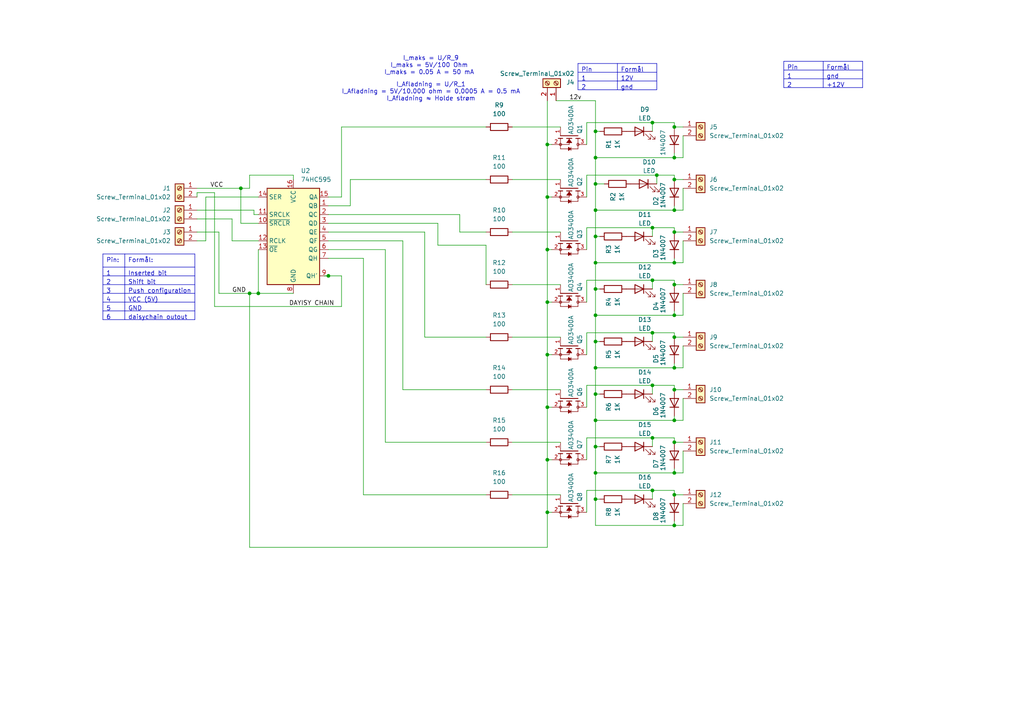
<source format=kicad_sch>
(kicad_sch (version 20250114) (generator "eeschema") (generator_version "9.0")
  (paper "A4")
  (lib_symbols
    (symbol "74xx:74HC595"
      (property "Reference" "U" (at -7.62 13.97 0))
      (property "Value" "74HC595" (at -7.62 -16.51 0))
      (symbol "74HC595_1_0"
        (pin input line (at -10.16 10.16 0) (length 2.54) (name "SER") (number "14"))
        (pin input line (at -10.16 5.08 0) (length 2.54) (name "SRCLK") (number "11"))
        (pin input line (at -10.16 2.54 0) (length 2.54) (name "~{SRCLR}") (number "10"))
        (pin input line (at -10.16 -2.54 0) (length 2.54) (name "RCLK") (number "12"))
        (pin input line (at -10.16 -5.08 0) (length 2.54) (name "~{OE}") (number "13"))
        (pin power_in line (at 0 15.24 270) (length 2.54) (name "VCC") (number "16"))
        (pin power_in line (at 0 -17.78 90) (length 2.54) (name "GND") (number "8"))
        (pin tri_state line (at 10.16 10.16 180) (length 2.54) (name "QA") (number "15"))
        (pin tri_state line (at 10.16 7.62 180) (length 2.54) (name "QB") (number "1"))
        (pin tri_state line (at 10.16 5.08 180) (length 2.54) (name "QC") (number "2"))
        (pin tri_state line (at 10.16 2.54 180) (length 2.54) (name "QD") (number "3"))
        (pin tri_state line (at 10.16 0 180) (length 2.54) (name "QE") (number "4"))
        (pin tri_state line (at 10.16 -2.54 180) (length 2.54) (name "QF") (number "5"))
        (pin tri_state line (at 10.16 -5.08 180) (length 2.54) (name "QG") (number "6"))
        (pin tri_state line (at 10.16 -7.62 180) (length 2.54) (name "QH") (number "7"))
        (pin output line (at 10.16 -12.7 180) (length 2.54) (name "QH'") (number "9"))
      )
      (symbol "74HC595_1_1"
        (rectangle (start -7.62 12.7) (end 7.62 -15.24) (stroke (width 0.254)) (fill (type background)))
      )
    )
    (symbol "Connector:Screw_Terminal_01x02" (pin_names (offset 1.016) (hide yes))
      (property "Reference" "J" (at 0 2.54 0))
      (property "Value" "Screw_Terminal_01x02" (at 0 -5.08 0))
      (symbol "Screw_Terminal_01x02_1_1"
        (rectangle (start -1.27 1.27) (end 1.27 -3.81) (stroke (width 0.254)) (fill (type background)))
        (polyline (pts (xy -0.5334 0.3302) (xy 0.3302 -0.508)) (stroke (width 0.1524)))
        (polyline (pts (xy -0.5334 -2.2098) (xy 0.3302 -3.048)) (stroke (width 0.1524)))
        (polyline (pts (xy -0.3556 0.508) (xy 0.508 -0.3302)) (stroke (width 0.1524)))
        (polyline (pts (xy -0.3556 -2.032) (xy 0.508 -2.8702)) (stroke (width 0.1524)))
        (circle (center 0 0) (radius 0.635) (stroke (width 0.1524)))
        (circle (center 0 -2.54) (radius 0.635) (stroke (width 0.1524)))
        (pin passive line (at -5.08 0 0) (length 3.81) (name "Pin_1") (number "1"))
        (pin passive line (at -5.08 -2.54 0) (length 3.81) (name "Pin_2") (number "2"))
      )
    )
    (symbol "Device:LED" (pin_numbers (hide yes)) (pin_names (offset 1.016) (hide yes))
      (property "Reference" "D" (at 0 2.54 0))
      (property "Value" "LED" (at 0 -2.54 0))
      (symbol "LED_0_1"
        (polyline (pts (xy -3.048 -0.762) (xy -4.572 -2.286) (xy -3.81 -2.286) (xy -4.572 -2.286) (xy -4.572 -1.524)))
        (polyline (pts (xy -1.778 -0.762) (xy -3.302 -2.286) (xy -2.54 -2.286) (xy -3.302 -2.286) (xy -3.302 -1.524)))
        (polyline (pts (xy -1.27 0) (xy 1.27 0)))
        (polyline (pts (xy -1.27 -1.27) (xy -1.27 1.27)) (stroke (width 0.254)))
        (polyline (pts (xy 1.27 -1.27) (xy 1.27 1.27) (xy -1.27 0) (xy 1.27 -1.27)) (stroke (width 0.254)))
      )
      (symbol "LED_1_1"
        (pin passive line (at -3.81 0 0) (length 2.54) (name "K") (number "1"))
        (pin passive line (at 3.81 0 180) (length 2.54) (name "A") (number "2"))
      )
    )
    (symbol "Device:R" (pin_numbers (hide yes)) (pin_names (offset 0))
      (property "Reference" "R" (at 2.032 0 90))
      (property "Value" "R" (at 0 0 90))
      (symbol "R_0_1"
        (rectangle (start -1.016 -2.54) (end 1.016 2.54) (stroke (width 0.254)))
      )
      (symbol "R_1_1"
        (pin passive line (at 0 3.81 270) (length 1.27) (name "~") (number "1"))
        (pin passive line (at 0 -3.81 90) (length 1.27) (name "~") (number "2"))
      )
    )
    (symbol "Diode:1N4007" (pin_numbers (hide yes)) (pin_names (hide yes))
      (property "Reference" "D" (at 0 2.54 0))
      (property "Value" "1N4007" (at 0 -2.54 0))
      (symbol "1N4007_0_1"
        (polyline (pts (xy -1.27 1.27) (xy -1.27 -1.27)) (stroke (width 0.254)))
        (polyline (pts (xy 1.27 1.27) (xy 1.27 -1.27) (xy -1.27 0) (xy 1.27 1.27)) (stroke (width 0.254)))
        (polyline (pts (xy 1.27 0) (xy -1.27 0)))
      )
      (symbol "1N4007_1_1"
        (pin passive line (at -3.81 0 0) (length 2.54) (name "K") (number "1"))
        (pin passive line (at 3.81 0 180) (length 2.54) (name "A") (number "2"))
      )
    )
    (symbol "Mossfet:AO3400A" (pin_names (offset 1.016))
      (property "Reference" "Q" (at -8.89 2.54 0))
      (property "Value" "AO3400A" (at -8.89 -7.62 0))
      (symbol "AO3400A_0_0"
        (polyline (pts (xy 0 2.54) (xy 0 -2.54)) (stroke (width 0.254)))
        (polyline (pts (xy 0.762 3.175) (xy 0.762 2.54)) (stroke (width 0.254)))
        (polyline (pts (xy 0.762 2.54) (xy 0.762 1.905)) (stroke (width 0.254)))
        (polyline (pts (xy 0.762 2.54) (xy 3.81 2.54)) (stroke (width 0.1524)))
        (polyline (pts (xy 0.762 0.762) (xy 0.762 0)) (stroke (width 0.254)))
        (polyline (pts (xy 0.762 0) (xy 0.762 -0.762)) (stroke (width 0.254)))
        (polyline (pts (xy 0.762 0) (xy 2.54 0)) (stroke (width 0.1524)))
        (polyline (pts (xy 0.762 -1.905) (xy 0.762 -2.54)) (stroke (width 0.254)))
        (polyline (pts (xy 0.762 -2.54) (xy 0.762 -3.175)) (stroke (width 0.254)))
        (polyline (pts (xy 1.016 0) (xy 2.032 0.762) (xy 2.032 -0.762) (xy 1.016 0)) (stroke (width 0.1524)) (fill (type outline)))
        (circle (center 2.54 2.54) (radius 0.3592))
        (polyline (pts (xy 2.54 0) (xy 2.54 -2.54)) (stroke (width 0.1524)))
        (polyline (pts (xy 2.54 -2.54) (xy 0.762 -2.54)) (stroke (width 0.1524)))
        (polyline (pts (xy 2.54 -2.54) (xy 3.81 -2.54)) (stroke (width 0.1524)))
        (circle (center 2.54 -2.54) (radius 0.3592))
        (polyline (pts (xy 3.81 2.54) (xy 3.81 0.508)) (stroke (width 0.1524)))
        (polyline (pts (xy 3.81 0.508) (xy 3.302 0.508)) (stroke (width 0.1524)))
        (polyline (pts (xy 3.81 0.508) (xy 3.81 -2.54)) (stroke (width 0.1524)))
        (polyline (pts (xy 3.81 0.508) (xy 3.302 -0.254) (xy 4.318 -0.254) (xy 3.81 0.508)) (stroke (width 0.1524)) (fill (type outline)))
        (polyline (pts (xy 4.318 0.508) (xy 3.81 0.508)) (stroke (width 0.1524)))
        (pin passive line (at -2.54 -2.54 0) (length 2.54) (name "~") (number "1"))
        (pin passive line (at 2.54 5.08 270) (length 2.54) (name "~") (number "3"))
        (pin passive line (at 2.54 -5.08 90) (length 2.54) (name "~") (number "2"))
      )
    )
  )
  (text "I_maks = U/R_9\nI_maks = 5V/100 Ohm \nI_maks = 0.05 A = 50 mA " (at 124.968 19.05 0) (effects (font (size 1.27 1.27))))
  (text "I_Afladning = U/R_1 \nI_Afladning = 5V/10.000 ohm = 0,0005 A = 0.5 mA \nI_Afladning ≈ Holde strøm \n" (at 125.476 26.67 0) (effects (font (size 1.27 1.27))))
  (junction (at 74.93 85.09))
  (junction (at 158.75 118.11))
  (junction (at 158.75 148.59))
  (junction (at 172.72 38.1))
  (junction (at 189.23 96.52))
  (junction (at 172.72 99.06))
  (junction (at 189.23 81.28))
  (junction (at 195.58 152.4))
  (junction (at 189.23 66.04))
  (junction (at 172.72 114.3))
  (junction (at 195.58 137.16))
  (junction (at 172.72 60.96))
  (junction (at 190.5 50.8))
  (junction (at 172.72 91.44))
  (junction (at 195.58 82.55))
  (junction (at 158.75 41.91))
  (junction (at 195.58 128.27))
  (junction (at 172.72 53.34))
  (junction (at 172.72 137.16))
  (junction (at 195.58 106.68))
  (junction (at 195.58 67.31))
  (junction (at 195.58 76.2))
  (junction (at 172.72 68.58))
  (junction (at 172.72 106.68))
  (junction (at 195.58 143.51))
  (junction (at 95.25 80.01))
  (junction (at 195.58 121.92))
  (junction (at 195.58 113.03))
  (junction (at 189.23 111.76))
  (junction (at 172.72 121.92))
  (junction (at 158.75 133.35))
  (junction (at 195.58 97.79))
  (junction (at 158.75 102.87))
  (junction (at 158.75 87.63))
  (junction (at 172.72 83.82))
  (junction (at 172.72 144.78))
  (junction (at 195.58 45.72))
  (junction (at 189.23 142.24))
  (junction (at 189.23 127))
  (junction (at 195.58 36.83))
  (junction (at 195.58 91.44))
  (junction (at 158.75 57.15))
  (junction (at 158.75 72.39))
  (junction (at 189.23 35.56))
  (junction (at 72.39 85.09))
  (junction (at 69.85 54.61))
  (junction (at 195.58 52.07))
  (junction (at 172.72 45.72))
  (junction (at 172.72 76.2))
  (junction (at 195.58 60.96))
  (junction (at 172.72 129.54))
  (wire (pts (xy 72.39 54.61) (xy 69.85 54.61)))
  (wire (pts (xy 99.06 57.15) (xy 99.06 36.83)))
  (wire (pts (xy 63.5 67.31) (xy 63.5 85.09)))
  (wire (pts (xy 170.18 127) (xy 189.23 127)))
  (wire (pts (xy 158.75 72.39) (xy 160.02 72.39)))
  (wire (pts (xy 172.72 144.78) (xy 173.99 144.78)))
  (wire (pts (xy 189.23 35.56) (xy 195.58 35.56)))
  (wire (pts (xy 62.23 88.9) (xy 99.06 88.9)))
  (wire (pts (xy 95.25 57.15) (xy 99.06 57.15)))
  (wire (pts (xy 62.23 55.88) (xy 57.15 55.88)))
  (wire (pts (xy 198.12 100.33) (xy 198.12 106.68)))
  (wire (pts (xy 62.23 88.9) (xy 62.23 55.88)))
  (wire (pts (xy 105.41 143.51) (xy 105.41 74.93)))
  (wire (pts (xy 148.59 97.79) (xy 162.56 97.79)))
  (wire (pts (xy 170.18 50.8) (xy 190.5 50.8)))
  (wire (pts (xy 170.18 50.8) (xy 170.18 57.15)))
  (wire (pts (xy 72.39 85.09) (xy 72.39 158.75)))
  (wire (pts (xy 195.58 81.28) (xy 195.58 82.55)))
  (wire (pts (xy 148.59 82.55) (xy 162.56 82.55)))
  (wire (pts (xy 67.31 63.5) (xy 57.15 63.5)))
  (wire (pts (xy 195.58 152.4) (xy 198.12 152.4)))
  (wire (pts (xy 189.23 66.04) (xy 195.58 66.04)))
  (wire (pts (xy 59.69 57.15) (xy 59.69 69.85)))
  (wire (pts (xy 172.72 91.44) (xy 195.58 91.44)))
  (wire (pts (xy 158.75 102.87) (xy 158.75 118.11)))
  (wire (pts (xy 172.72 106.68) (xy 172.72 114.3)))
  (wire (pts (xy 99.06 80.01) (xy 99.06 88.9)))
  (wire (pts (xy 172.72 83.82) (xy 172.72 91.44)))
  (wire (pts (xy 198.12 39.37) (xy 198.12 45.72)))
  (wire (pts (xy 93.98 80.01) (xy 95.25 80.01)))
  (wire (pts (xy 195.58 76.2) (xy 195.58 74.93)))
  (wire (pts (xy 158.75 102.87) (xy 160.02 102.87)))
  (wire (pts (xy 198.12 85.09) (xy 198.12 91.44)))
  (wire (pts (xy 140.97 82.55) (xy 140.97 71.12)))
  (wire (pts (xy 74.93 62.23) (xy 73.66 62.23)))
  (wire (pts (xy 148.59 36.83) (xy 162.56 36.83)))
  (wire (pts (xy 74.93 69.85) (xy 67.31 69.85)))
  (wire (pts (xy 170.18 96.52) (xy 189.23 96.52)))
  (wire (pts (xy 123.19 67.31) (xy 95.25 67.31)))
  (wire (pts (xy 195.58 106.68) (xy 198.12 106.68)))
  (wire (pts (xy 148.59 113.03) (xy 162.56 113.03)))
  (wire (pts (xy 158.75 148.59) (xy 160.02 148.59)))
  (wire (pts (xy 140.97 97.79) (xy 123.19 97.79)))
  (wire (pts (xy 172.72 53.34) (xy 172.72 60.96)))
  (wire (pts (xy 67.31 69.85) (xy 67.31 63.5)))
  (wire (pts (xy 111.76 128.27) (xy 111.76 72.39)))
  (wire (pts (xy 172.72 137.16) (xy 172.72 144.78)))
  (wire (pts (xy 172.72 76.2) (xy 172.72 83.82)))
  (wire (pts (xy 189.23 142.24) (xy 195.58 142.24)))
  (wire (pts (xy 190.5 50.8) (xy 190.5 53.34)))
  (wire (pts (xy 189.23 35.56) (xy 189.23 38.1)))
  (wire (pts (xy 74.93 64.77) (xy 69.85 64.77)))
  (wire (pts (xy 195.58 82.55) (xy 198.12 82.55)))
  (wire (pts (xy 172.72 68.58) (xy 173.99 68.58)))
  (wire (pts (xy 189.23 111.76) (xy 189.23 114.3)))
  (wire (pts (xy 158.75 87.63) (xy 158.75 102.87)))
  (wire (pts (xy 73.66 60.96) (xy 57.15 60.96)))
  (wire (pts (xy 158.75 133.35) (xy 158.75 148.59)))
  (wire (pts (xy 172.72 129.54) (xy 173.99 129.54)))
  (wire (pts (xy 170.18 96.52) (xy 170.18 102.87)))
  (wire (pts (xy 198.12 146.05) (xy 198.12 152.4)))
  (wire (pts (xy 189.23 96.52) (xy 189.23 99.06)))
  (wire (pts (xy 158.75 41.91) (xy 158.75 57.15)))
  (wire (pts (xy 189.23 66.04) (xy 189.23 68.58)))
  (wire (pts (xy 172.72 114.3) (xy 172.72 121.92)))
  (wire (pts (xy 189.23 96.52) (xy 195.58 96.52)))
  (wire (pts (xy 172.72 121.92) (xy 195.58 121.92)))
  (wire (pts (xy 140.97 143.51) (xy 105.41 143.51)))
  (wire (pts (xy 195.58 137.16) (xy 195.58 135.89)))
  (wire (pts (xy 74.93 85.09) (xy 85.09 85.09)))
  (wire (pts (xy 140.97 128.27) (xy 111.76 128.27)))
  (wire (pts (xy 85.09 50.8) (xy 85.09 52.07)))
  (wire (pts (xy 172.72 76.2) (xy 195.58 76.2)))
  (wire (pts (xy 123.19 97.79) (xy 123.19 67.31)))
  (wire (pts (xy 195.58 35.56) (xy 195.58 36.83)))
  (wire (pts (xy 198.12 54.61) (xy 198.12 60.96)))
  (wire (pts (xy 72.39 158.75) (xy 158.75 158.75)))
  (wire (pts (xy 195.58 152.4) (xy 195.58 151.13)))
  (wire (pts (xy 172.72 29.21) (xy 161.29 29.21)))
  (wire (pts (xy 72.39 50.8) (xy 85.09 50.8)))
  (wire (pts (xy 158.75 87.63) (xy 160.02 87.63)))
  (wire (pts (xy 148.59 67.31) (xy 162.56 67.31)))
  (wire (pts (xy 195.58 91.44) (xy 195.58 90.17)))
  (wire (pts (xy 189.23 111.76) (xy 195.58 111.76)))
  (wire (pts (xy 72.39 85.09) (xy 74.93 85.09)))
  (wire (pts (xy 195.58 76.2) (xy 198.12 76.2)))
  (wire (pts (xy 158.75 57.15) (xy 158.75 72.39)))
  (wire (pts (xy 195.58 143.51) (xy 198.12 143.51)))
  (wire (pts (xy 172.72 152.4) (xy 195.58 152.4)))
  (wire (pts (xy 170.18 142.24) (xy 170.18 148.59)))
  (wire (pts (xy 170.18 142.24) (xy 189.23 142.24)))
  (wire (pts (xy 148.59 52.07) (xy 162.56 52.07)))
  (wire (pts (xy 172.72 38.1) (xy 172.72 45.72)))
  (wire (pts (xy 99.06 36.83) (xy 140.97 36.83)))
  (wire (pts (xy 195.58 67.31) (xy 198.12 67.31)))
  (wire (pts (xy 172.72 99.06) (xy 172.72 106.68)))
  (wire (pts (xy 74.93 57.15) (xy 59.69 57.15)))
  (wire (pts (xy 195.58 66.04) (xy 195.58 67.31)))
  (wire (pts (xy 140.97 113.03) (xy 116.84 113.03)))
  (wire (pts (xy 158.75 29.21) (xy 158.75 41.91)))
  (wire (pts (xy 172.72 106.68) (xy 195.58 106.68)))
  (wire (pts (xy 172.72 60.96) (xy 195.58 60.96)))
  (wire (pts (xy 57.15 67.31) (xy 63.5 67.31)))
  (wire (pts (xy 195.58 45.72) (xy 198.12 45.72)))
  (wire (pts (xy 170.18 111.76) (xy 189.23 111.76)))
  (wire (pts (xy 189.23 127) (xy 195.58 127)))
  (wire (pts (xy 127 71.12) (xy 127 64.77)))
  (wire (pts (xy 148.59 128.27) (xy 162.56 128.27)))
  (wire (pts (xy 158.75 133.35) (xy 160.02 133.35)))
  (wire (pts (xy 195.58 127) (xy 195.58 128.27)))
  (wire (pts (xy 195.58 111.76) (xy 195.58 113.03)))
  (wire (pts (xy 172.72 29.21) (xy 172.72 38.1)))
  (wire (pts (xy 158.75 41.91) (xy 160.02 41.91)))
  (wire (pts (xy 172.72 121.92) (xy 172.72 129.54)))
  (wire (pts (xy 116.84 113.03) (xy 116.84 69.85)))
  (wire (pts (xy 140.97 67.31) (xy 133.35 67.31)))
  (wire (pts (xy 74.93 72.39) (xy 74.93 85.09)))
  (wire (pts (xy 133.35 62.23) (xy 95.25 62.23)))
  (wire (pts (xy 63.5 85.09) (xy 72.39 85.09)))
  (wire (pts (xy 195.58 60.96) (xy 198.12 60.96)))
  (wire (pts (xy 172.72 83.82) (xy 173.99 83.82)))
  (wire (pts (xy 105.41 74.93) (xy 95.25 74.93)))
  (wire (pts (xy 198.12 130.81) (xy 198.12 137.16)))
  (wire (pts (xy 195.58 97.79) (xy 198.12 97.79)))
  (wire (pts (xy 195.58 45.72) (xy 195.58 44.45)))
  (wire (pts (xy 170.18 66.04) (xy 189.23 66.04)))
  (wire (pts (xy 101.6 52.07) (xy 101.6 59.69)))
  (wire (pts (xy 195.58 50.8) (xy 195.58 52.07)))
  (wire (pts (xy 189.23 142.24) (xy 189.23 144.78)))
  (wire (pts (xy 133.35 67.31) (xy 133.35 62.23)))
  (wire (pts (xy 95.25 80.01) (xy 99.06 80.01)))
  (wire (pts (xy 158.75 57.15) (xy 160.02 57.15)))
  (wire (pts (xy 127 64.77) (xy 95.25 64.77)))
  (wire (pts (xy 189.23 127) (xy 189.23 129.54)))
  (wire (pts (xy 170.18 111.76) (xy 170.18 118.11)))
  (wire (pts (xy 195.58 91.44) (xy 198.12 91.44)))
  (wire (pts (xy 72.39 50.8) (xy 72.39 54.61)))
  (wire (pts (xy 57.15 55.88) (xy 57.15 57.15)))
  (wire (pts (xy 172.72 144.78) (xy 172.72 152.4)))
  (wire (pts (xy 170.18 35.56) (xy 189.23 35.56)))
  (wire (pts (xy 195.58 128.27) (xy 198.12 128.27)))
  (wire (pts (xy 170.18 66.04) (xy 170.18 72.39)))
  (wire (pts (xy 195.58 137.16) (xy 198.12 137.16)))
  (wire (pts (xy 170.18 81.28) (xy 170.18 87.63)))
  (wire (pts (xy 158.75 118.11) (xy 160.02 118.11)))
  (wire (pts (xy 59.69 69.85) (xy 57.15 69.85)))
  (wire (pts (xy 172.72 114.3) (xy 173.99 114.3)))
  (wire (pts (xy 172.72 45.72) (xy 195.58 45.72)))
  (wire (pts (xy 198.12 115.57) (xy 198.12 121.92)))
  (wire (pts (xy 158.75 118.11) (xy 158.75 133.35)))
  (wire (pts (xy 195.58 52.07) (xy 198.12 52.07)))
  (wire (pts (xy 172.72 53.34) (xy 175.26 53.34)))
  (wire (pts (xy 198.12 69.85) (xy 198.12 76.2)))
  (wire (pts (xy 140.97 52.07) (xy 101.6 52.07)))
  (wire (pts (xy 189.23 81.28) (xy 195.58 81.28)))
  (wire (pts (xy 101.6 59.69) (xy 95.25 59.69)))
  (wire (pts (xy 195.58 113.03) (xy 198.12 113.03)))
  (wire (pts (xy 158.75 72.39) (xy 158.75 87.63)))
  (wire (pts (xy 148.59 143.51) (xy 162.56 143.51)))
  (wire (pts (xy 195.58 106.68) (xy 195.58 105.41)))
  (wire (pts (xy 170.18 81.28) (xy 189.23 81.28)))
  (wire (pts (xy 172.72 129.54) (xy 172.72 137.16)))
  (wire (pts (xy 116.84 69.85) (xy 95.25 69.85)))
  (wire (pts (xy 170.18 35.56) (xy 170.18 41.91)))
  (wire (pts (xy 172.72 60.96) (xy 172.72 68.58)))
  (wire (pts (xy 195.58 121.92) (xy 195.58 120.65)))
  (wire (pts (xy 195.58 60.96) (xy 195.58 59.69)))
  (wire (pts (xy 172.72 91.44) (xy 172.72 99.06)))
  (wire (pts (xy 140.97 71.12) (xy 127 71.12)))
  (wire (pts (xy 170.18 127) (xy 170.18 133.35)))
  (wire (pts (xy 69.85 64.77) (xy 69.85 54.61)))
  (wire (pts (xy 172.72 99.06) (xy 173.99 99.06)))
  (wire (pts (xy 189.23 81.28) (xy 189.23 83.82)))
  (wire (pts (xy 172.72 45.72) (xy 172.72 53.34)))
  (wire (pts (xy 190.5 50.8) (xy 195.58 50.8)))
  (wire (pts (xy 57.15 54.61) (xy 69.85 54.61)))
  (wire (pts (xy 172.72 68.58) (xy 172.72 76.2)))
  (wire (pts (xy 172.72 38.1) (xy 173.99 38.1)))
  (wire (pts (xy 195.58 121.92) (xy 198.12 121.92)))
  (wire (pts (xy 158.75 148.59) (xy 158.75 158.75)))
  (wire (pts (xy 111.76 72.39) (xy 95.25 72.39)))
  (wire (pts (xy 195.58 142.24) (xy 195.58 143.51)))
  (wire (pts (xy 195.58 36.83) (xy 198.12 36.83)))
  (wire (pts (xy 195.58 96.52) (xy 195.58 97.79)))
  (wire (pts (xy 172.72 137.16) (xy 195.58 137.16)))
  (wire (pts (xy 73.66 62.23) (xy 73.66 60.96)))
  (table (column_count 2) (border (external yes) (header yes)) (separators (rows yes) (cols yes)) (column_widths 11.43 11.43) (row_heights 2.54 2.54 2.54) (cells (table_cell "Pin" (at 167.64 18.415 0) (size 11.43 2.54) (margins 0.9525 0.9525 0.9525 0.9525) (span 1 1)) (table_cell "Formål" (at 179.07 18.415 0) (size 11.43 2.54) (margins 0.9525 0.9525 0.9525 0.9525) (span 1 1)) (table_cell "1" (at 167.64 20.955 0) (size 11.43 2.54) (margins 0.9525 0.9525 0.9525 0.9525) (span 1 1)) (table_cell "12V" (at 179.07 20.955 0) (size 11.43 2.54) (margins 0.9525 0.9525 0.9525 0.9525) (span 1 1)) (table_cell "2" (at 167.64 23.495 0) (size 11.43 2.54) (margins 0.9525 0.9525 0.9525 0.9525) (span 1 1)) (table_cell "gnd" (at 179.07 23.495 0) (size 11.43 2.54) (margins 0.9525 0.9525 0.9525 0.9525) (span 1 1))))
  (table (column_count 2) (border (external yes) (header yes)) (separators (rows yes) (cols yes)) (column_widths 6.35 20.32) (row_heights 3.81 2.54 2.54 2.54 2.54 2.54 2.54) (cells (table_cell "Pin:" (at 29.845 73.66 0) (size 6.35 3.81) (margins 0.9525 0.9525 0.9525 0.9525) (span 1 1)) (table_cell "Formål:" (at 36.195 73.66 0) (size 20.32 3.81) (margins 0.9525 0.9525 0.9525 0.9525) (span 1 1)) (table_cell "1" (at 29.845 77.47 0) (size 6.35 2.54) (margins 0.9525 0.9525 0.9525 0.9525) (span 1 1)) (table_cell "Inserted bit" (at 36.195 77.47 0) (size 20.32 2.54) (margins 0.9525 0.9525 0.9525 0.9525) (span 1 1)) (table_cell "2" (at 29.845 80.01 0) (size 6.35 2.54) (margins 0.9525 0.9525 0.9525 0.9525) (span 1 1)) (table_cell "Shift bit" (at 36.195 80.01 0) (size 20.32 2.54) (margins 0.9525 0.9525 0.9525 0.9525) (span 1 1)) (table_cell "3" (at 29.845 82.55 0) (size 6.35 2.54) (margins 0.9525 0.9525 0.9525 0.9525) (span 1 1)) (table_cell "Push configuration " (at 36.195 82.55 0) (size 20.32 2.54) (margins 0.9525 0.9525 0.9525 0.9525) (span 1 1)) (table_cell "4" (at 29.845 85.09 0) (size 6.35 2.54) (margins 0.9525 0.9525 0.9525 0.9525) (span 1 1)) (table_cell "VCC (5V)" (at 36.195 85.09 0) (size 20.32 2.54) (margins 0.9525 0.9525 0.9525 0.9525) (span 1 1)) (table_cell "5" (at 29.845 87.63 0) (size 6.35 2.54) (margins 0.9525 0.9525 0.9525 0.9525) (span 1 1)) (table_cell "GND" (at 36.195 87.63 0) (size 20.32 2.54) (margins 0.9525 0.9525 0.9525 0.9525) (span 1 1)) (table_cell "6" (at 29.845 90.17 0) (size 6.35 2.54) (margins 0.9525 0.9525 0.9525 0.9525) (span 1 1)) (table_cell "daisychain outout" (at 36.195 90.17 0) (size 20.32 2.54) (margins 0.9525 0.9525 0.9525 0.9525) (span 1 1))))
  (table (column_count 2) (border (external yes) (header yes)) (separators (rows yes) (cols yes)) (column_widths 11.43 11.43) (row_heights 2.54 2.54 2.54) (cells (table_cell "Pin" (at 227.33 17.78 0) (size 11.43 2.54) (margins 0.9525 0.9525 0.9525 0.9525) (span 1 1)) (table_cell "Formål" (at 238.76 17.78 0) (size 11.43 2.54) (margins 0.9525 0.9525 0.9525 0.9525) (span 1 1)) (table_cell "1" (at 227.33 20.32 0) (size 11.43 2.54) (margins 0.9525 0.9525 0.9525 0.9525) (span 1 1)) (table_cell "gnd" (at 238.76 20.32 0) (size 11.43 2.54) (margins 0.9525 0.9525 0.9525 0.9525) (span 1 1)) (table_cell "2" (at 227.33 22.86 0) (size 11.43 2.54) (margins 0.9525 0.9525 0.9525 0.9525) (span 1 1)) (table_cell "+12V" (at 238.76 22.86 0) (size 11.43 2.54) (margins 0.9525 0.9525 0.9525 0.9525) (span 1 1))))
  (label "12v" (at 165.1 29.21 0))
  (label "GND" (at 67.31 85.09 0))
  (label "DAYISY CHAIN" (at 83.82 88.9 0))
  (label "VCC" (at 60.96 54.61 0))
  (symbol (lib_id "Connector:Screw_Terminal_01x02") (at 203.2 128.27 0) (unit 1)
    (property "Reference" "J11" (at 205.74 128.2699 0) (effects (justify left)))
    (property "Value" "Screw_Terminal_01x02" (at 205.74 130.8099 0) (effects (justify left)))
    (property "Footprint" "TerminalBlock_Phoenix:TerminalBlock_Phoenix_MKDS-1,5-2_1x02_P5.00mm_Horizontal" (effects (hide yes)))
    (property "Description" "Generic screw terminal, single row, 01x02, script generated (kicad-library-utils/schlib/autogen/connector/)" (effects (hide yes)))
  )
  (symbol (lib_id "Diode:1N4007") (at 195.58 116.84 90) (unit 1)
    (property "Reference" "D6" (at 190.246 120.65 0) (effects (justify left)))
    (property "Value" "1N4007" (at 192.278 121.412 0) (effects (justify left)))
    (property "Footprint" "Diode_THT:D_DO-41_SOD81_P10.16mm_Horizontal" (effects (hide yes)))
    (property "Datasheet" "http://www.vishay.com/docs/88503/1n4001.pdf" (effects (hide yes)))
    (property "Description" "1000V 1A General Purpose Rectifier Diode, DO-41" (effects (hide yes)))
    (property "Sim.Device" "D" (effects (hide yes)))
    (property "Sim.Pins" "1=K 2=A" (effects (hide yes)))
  )
  (symbol (lib_id "Device:LED") (at 185.42 83.82 0) (mirror y) (unit 1)
    (property "Reference" "D12" (at 187.0075 77.47 0))
    (property "Value" "LED" (at 187.0075 80.01 0))
    (property "Footprint" "LED_SMD:LED_1206_3216Metric_Pad1.42x1.75mm_HandSolder" (effects (hide yes)))
    (property "Description" "Light emitting diode" (effects (hide yes)))
    (property "Sim.Pins" "1=K 2=A" (effects (hide yes)))
  )
  (symbol (lib_id "Diode:1N4007") (at 195.58 40.64 90) (unit 1)
    (property "Reference" "D1" (effects (hide yes)))
    (property "Value" "1N4007" (at 192.278 45.212 0) (effects (justify left)))
    (property "Footprint" "Diode_THT:D_DO-41_SOD81_P10.16mm_Horizontal" (effects (hide yes)))
    (property "Datasheet" "http://www.vishay.com/docs/88503/1n4001.pdf" (effects (hide yes)))
    (property "Description" "1000V 1A General Purpose Rectifier Diode, DO-41" (effects (hide yes)))
    (property "Sim.Device" "D" (effects (hide yes)))
    (property "Sim.Pins" "1=K 2=A" (effects (hide yes)))
  )
  (symbol (lib_id "Device:LED") (at 185.42 68.58 0) (mirror y) (unit 1)
    (property "Reference" "D11" (at 187.0075 62.23 0))
    (property "Value" "LED" (at 187.0075 64.77 0))
    (property "Footprint" "LED_SMD:LED_1206_3216Metric_Pad1.42x1.75mm_HandSolder" (effects (hide yes)))
    (property "Description" "Light emitting diode" (effects (hide yes)))
    (property "Sim.Pins" "1=K 2=A" (effects (hide yes)))
  )
  (symbol (lib_id "Diode:1N4007") (at 195.58 101.6 90) (unit 1)
    (property "Reference" "D5" (at 190.246 105.41 0) (effects (justify left)))
    (property "Value" "1N4007" (at 192.278 106.172 0) (effects (justify left)))
    (property "Footprint" "Diode_THT:D_DO-41_SOD81_P10.16mm_Horizontal" (effects (hide yes)))
    (property "Datasheet" "http://www.vishay.com/docs/88503/1n4001.pdf" (effects (hide yes)))
    (property "Description" "1000V 1A General Purpose Rectifier Diode, DO-41" (effects (hide yes)))
    (property "Sim.Device" "D" (effects (hide yes)))
    (property "Sim.Pins" "1=K 2=A" (effects (hide yes)))
  )
  (symbol (lib_id "Mossfet:AO3400A") (at 165.1 54.61 270) (unit 1)
    (property "Reference" "Q2" (at 168.148 51.308 0) (effects (justify left)))
    (property "Value" "AO3400A" (at 165.608 45.72 0) (effects (justify left)))
    (property "Footprint" "Library:AO3400A" (effects (hide yes)))
    (property "MF" "Alpha & Omega Semiconductor" (effects (hide yes)))
    (property "MAXIMUM_PACKAGE_HEIGHT" "1.25 mm" (effects (hide yes)))
    (property "Package" "SOT-23 Alpha &amp; Omega Semiconductor Inc." (effects (hide yes)))
    (property "Price" "None" (effects (hide yes)))
    (property "Check_prices" "https://www.snapeda.com/parts/AO3400A/Alpha/view-part/?ref=eda" (effects (hide yes)))
    (property "STANDARD" "IPC 7351B" (effects (hide yes)))
    (property "PARTREV" "L" (effects (hide yes)))
    (property "SnapEDA_Link" "https://www.snapeda.com/parts/AO3400A/Alpha/view-part/?ref=snap" (effects (hide yes)))
    (property "MP" "AO3400A" (effects (hide yes)))
    (property "Description_1" "N-Channel 30 V 5.7A (Ta) 1.4W (Ta) Surface Mount SOT-23-3" (effects (hide yes)))
    (property "Availability" "In Stock" (effects (hide yes)))
    (property "MANUFACTURER" "Alpha & Omega Semiconductor" (effects (hide yes)))
  )
  (symbol (lib_id "Mossfet:AO3400A") (at 165.1 39.37 270) (unit 1)
    (property "Reference" "Q1" (at 168.148 36.068 0) (effects (justify left)))
    (property "Value" "AO3400A" (at 165.608 30.48 0) (effects (justify left)))
    (property "Footprint" "Library:AO3400A" (effects (hide yes)))
    (property "MF" "Alpha & Omega Semiconductor" (effects (hide yes)))
    (property "MAXIMUM_PACKAGE_HEIGHT" "1.25 mm" (effects (hide yes)))
    (property "Package" "SOT-23 Alpha &amp; Omega Semiconductor Inc." (effects (hide yes)))
    (property "Price" "None" (effects (hide yes)))
    (property "Check_prices" "https://www.snapeda.com/parts/AO3400A/Alpha/view-part/?ref=eda" (effects (hide yes)))
    (property "STANDARD" "IPC 7351B" (effects (hide yes)))
    (property "PARTREV" "L" (effects (hide yes)))
    (property "SnapEDA_Link" "https://www.snapeda.com/parts/AO3400A/Alpha/view-part/?ref=snap" (effects (hide yes)))
    (property "MP" "AO3400A" (effects (hide yes)))
    (property "Description_1" "N-Channel 30 V 5.7A (Ta) 1.4W (Ta) Surface Mount SOT-23-3" (effects (hide yes)))
    (property "Availability" "In Stock" (effects (hide yes)))
    (property "MANUFACTURER" "Alpha & Omega Semiconductor" (effects (hide yes)))
  )
  (symbol (lib_id "Connector:Screw_Terminal_01x02") (at 52.07 67.31 0) (mirror y) (unit 1)
    (property "Reference" "J3" (at 49.53 67.3099 0) (effects (justify left)))
    (property "Value" "Screw_Terminal_01x02" (at 49.53 69.8499 0) (effects (justify left)))
    (property "Footprint" "TerminalBlock_Phoenix:TerminalBlock_Phoenix_MKDS-1,5-2_1x02_P5.00mm_Horizontal" (effects (hide yes)))
    (property "Description" "Generic screw terminal, single row, 01x02, script generated (kicad-library-utils/schlib/autogen/connector/)" (effects (hide yes)))
  )
  (symbol (lib_id "Device:R") (at 144.78 67.31 270) (unit 1)
    (property "Reference" "R10" (at 144.78 60.96 90))
    (property "Value" "100" (at 144.78 63.5 90))
    (property "Footprint" "Resistor_SMD:R_1206_3216Metric_Pad1.30x1.75mm_HandSolder" (effects (hide yes)))
    (property "Description" "Resistor" (effects (hide yes)))
  )
  (symbol (lib_id "Device:R") (at 177.8 144.78 270) (unit 1)
    (property "Reference" "R8" (at 176.5299 149.86 0) (effects (justify right)))
    (property "Value" "1K" (at 179.0699 149.86 0) (effects (justify right)))
    (property "Footprint" "Resistor_SMD:R_1206_3216Metric_Pad1.30x1.75mm_HandSolder" (effects (hide yes)))
    (property "Description" "Resistor" (effects (hide yes)))
  )
  (symbol (lib_id "Connector:Screw_Terminal_01x02") (at 203.2 143.51 0) (unit 1)
    (property "Reference" "J12" (at 205.74 143.5099 0) (effects (justify left)))
    (property "Value" "Screw_Terminal_01x02" (at 205.74 146.0499 0) (effects (justify left)))
    (property "Footprint" "TerminalBlock_Phoenix:TerminalBlock_Phoenix_MKDS-1,5-2_1x02_P5.00mm_Horizontal" (effects (hide yes)))
    (property "Description" "Generic screw terminal, single row, 01x02, script generated (kicad-library-utils/schlib/autogen/connector/)" (effects (hide yes)))
  )
  (symbol (lib_id "Connector:Screw_Terminal_01x02") (at 203.2 82.55 0) (unit 1)
    (property "Reference" "J8" (at 205.74 82.5499 0) (effects (justify left)))
    (property "Value" "Screw_Terminal_01x02" (at 205.74 85.0899 0) (effects (justify left)))
    (property "Footprint" "TerminalBlock_Phoenix:TerminalBlock_Phoenix_MKDS-1,5-2_1x02_P5.00mm_Horizontal" (effects (hide yes)))
    (property "Description" "Generic screw terminal, single row, 01x02, script generated (kicad-library-utils/schlib/autogen/connector/)" (effects (hide yes)))
  )
  (symbol (lib_id "Diode:1N4007") (at 195.58 132.08 90) (unit 1)
    (property "Reference" "D7" (at 190.246 135.89 0) (effects (justify left)))
    (property "Value" "1N4007" (at 192.278 136.652 0) (effects (justify left)))
    (property "Footprint" "Diode_THT:D_DO-41_SOD81_P10.16mm_Horizontal" (effects (hide yes)))
    (property "Datasheet" "http://www.vishay.com/docs/88503/1n4001.pdf" (effects (hide yes)))
    (property "Description" "1000V 1A General Purpose Rectifier Diode, DO-41" (effects (hide yes)))
    (property "Sim.Device" "D" (effects (hide yes)))
    (property "Sim.Pins" "1=K 2=A" (effects (hide yes)))
  )
  (symbol (lib_id "Connector:Screw_Terminal_01x02") (at 203.2 67.31 0) (unit 1)
    (property "Reference" "J7" (at 205.74 67.3099 0) (effects (justify left)))
    (property "Value" "Screw_Terminal_01x02" (at 205.74 69.8499 0) (effects (justify left)))
    (property "Footprint" "TerminalBlock_Phoenix:TerminalBlock_Phoenix_MKDS-1,5-2_1x02_P5.00mm_Horizontal" (effects (hide yes)))
    (property "Description" "Generic screw terminal, single row, 01x02, script generated (kicad-library-utils/schlib/autogen/connector/)" (effects (hide yes)))
  )
  (symbol (lib_id "Connector:Screw_Terminal_01x02") (at 203.2 113.03 0) (unit 1)
    (property "Reference" "J10" (at 205.74 113.0299 0) (effects (justify left)))
    (property "Value" "Screw_Terminal_01x02" (at 205.74 115.5699 0) (effects (justify left)))
    (property "Footprint" "TerminalBlock_Phoenix:TerminalBlock_Phoenix_MKDS-1,5-2_1x02_P5.00mm_Horizontal" (effects (hide yes)))
    (property "Description" "Generic screw terminal, single row, 01x02, script generated (kicad-library-utils/schlib/autogen/connector/)" (effects (hide yes)))
  )
  (symbol (lib_id "Device:R") (at 177.8 83.82 270) (unit 1)
    (property "Reference" "R4" (at 176.5299 88.9 0) (effects (justify right)))
    (property "Value" "1K" (at 179.0699 88.9 0) (effects (justify right)))
    (property "Footprint" "Resistor_SMD:R_1206_3216Metric_Pad1.30x1.75mm_HandSolder" (effects (hide yes)))
    (property "Description" "Resistor" (effects (hide yes)))
  )
  (symbol (lib_id "Device:R") (at 144.78 52.07 270) (unit 1)
    (property "Reference" "R11" (at 144.78 45.72 90))
    (property "Value" "100" (at 144.78 48.26 90))
    (property "Footprint" "Resistor_SMD:R_1206_3216Metric_Pad1.30x1.75mm_HandSolder" (effects (hide yes)))
    (property "Description" "Resistor" (effects (hide yes)))
  )
  (symbol (lib_id "Device:R") (at 177.8 129.54 270) (unit 1)
    (property "Reference" "R7" (at 176.5299 134.62 0) (effects (justify right)))
    (property "Value" "1K" (at 179.0699 134.62 0) (effects (justify right)))
    (property "Footprint" "Resistor_SMD:R_1206_3216Metric_Pad1.30x1.75mm_HandSolder" (effects (hide yes)))
    (property "Description" "Resistor" (effects (hide yes)))
  )
  (symbol (lib_id "Mossfet:AO3400A") (at 165.1 115.57 270) (unit 1)
    (property "Reference" "Q6" (at 168.148 112.268 0) (effects (justify left)))
    (property "Value" "AO3400A" (at 165.608 106.68 0) (effects (justify left)))
    (property "Footprint" "Library:AO3400A" (effects (hide yes)))
    (property "MF" "Alpha & Omega Semiconductor" (effects (hide yes)))
    (property "MAXIMUM_PACKAGE_HEIGHT" "1.25 mm" (effects (hide yes)))
    (property "Package" "SOT-23 Alpha &amp; Omega Semiconductor Inc." (effects (hide yes)))
    (property "Price" "None" (effects (hide yes)))
    (property "Check_prices" "https://www.snapeda.com/parts/AO3400A/Alpha/view-part/?ref=eda" (effects (hide yes)))
    (property "STANDARD" "IPC 7351B" (effects (hide yes)))
    (property "PARTREV" "L" (effects (hide yes)))
    (property "SnapEDA_Link" "https://www.snapeda.com/parts/AO3400A/Alpha/view-part/?ref=snap" (effects (hide yes)))
    (property "MP" "AO3400A" (effects (hide yes)))
    (property "Description_1" "N-Channel 30 V 5.7A (Ta) 1.4W (Ta) Surface Mount SOT-23-3" (effects (hide yes)))
    (property "Availability" "In Stock" (effects (hide yes)))
    (property "MANUFACTURER" "Alpha & Omega Semiconductor" (effects (hide yes)))
  )
  (symbol (lib_id "Mossfet:AO3400A") (at 165.1 85.09 270) (unit 1)
    (property "Reference" "Q4" (at 168.148 81.788 0) (effects (justify left)))
    (property "Value" "AO3400A" (at 165.608 76.2 0) (effects (justify left)))
    (property "Footprint" "Library:AO3400A" (effects (hide yes)))
    (property "MF" "Alpha & Omega Semiconductor" (effects (hide yes)))
    (property "MAXIMUM_PACKAGE_HEIGHT" "1.25 mm" (effects (hide yes)))
    (property "Package" "SOT-23 Alpha &amp; Omega Semiconductor Inc." (effects (hide yes)))
    (property "Price" "None" (effects (hide yes)))
    (property "Check_prices" "https://www.snapeda.com/parts/AO3400A/Alpha/view-part/?ref=eda" (effects (hide yes)))
    (property "STANDARD" "IPC 7351B" (effects (hide yes)))
    (property "PARTREV" "L" (effects (hide yes)))
    (property "SnapEDA_Link" "https://www.snapeda.com/parts/AO3400A/Alpha/view-part/?ref=snap" (effects (hide yes)))
    (property "MP" "AO3400A" (effects (hide yes)))
    (property "Description_1" "N-Channel 30 V 5.7A (Ta) 1.4W (Ta) Surface Mount SOT-23-3" (effects (hide yes)))
    (property "Availability" "In Stock" (effects (hide yes)))
    (property "MANUFACTURER" "Alpha & Omega Semiconductor" (effects (hide yes)))
  )
  (symbol (lib_id "Mossfet:AO3400A") (at 165.1 130.81 270) (unit 1)
    (property "Reference" "Q7" (at 168.148 127.508 0) (effects (justify left)))
    (property "Value" "AO3400A" (at 165.608 121.92 0) (effects (justify left)))
    (property "Footprint" "Library:AO3400A" (effects (hide yes)))
    (property "MF" "Alpha & Omega Semiconductor" (effects (hide yes)))
    (property "MAXIMUM_PACKAGE_HEIGHT" "1.25 mm" (effects (hide yes)))
    (property "Package" "SOT-23 Alpha &amp; Omega Semiconductor Inc." (effects (hide yes)))
    (property "Price" "None" (effects (hide yes)))
    (property "Check_prices" "https://www.snapeda.com/parts/AO3400A/Alpha/view-part/?ref=eda" (effects (hide yes)))
    (property "STANDARD" "IPC 7351B" (effects (hide yes)))
    (property "PARTREV" "L" (effects (hide yes)))
    (property "SnapEDA_Link" "https://www.snapeda.com/parts/AO3400A/Alpha/view-part/?ref=snap" (effects (hide yes)))
    (property "MP" "AO3400A" (effects (hide yes)))
    (property "Description_1" "N-Channel 30 V 5.7A (Ta) 1.4W (Ta) Surface Mount SOT-23-3" (effects (hide yes)))
    (property "Availability" "In Stock" (effects (hide yes)))
    (property "MANUFACTURER" "Alpha & Omega Semiconductor" (effects (hide yes)))
  )
  (symbol (lib_id "Mossfet:AO3400A") (at 165.1 100.33 270) (unit 1)
    (property "Reference" "Q5" (at 168.148 97.028 0) (effects (justify left)))
    (property "Value" "AO3400A" (at 165.608 91.44 0) (effects (justify left)))
    (property "Footprint" "Library:AO3400A" (effects (hide yes)))
    (property "MF" "Alpha & Omega Semiconductor" (effects (hide yes)))
    (property "MAXIMUM_PACKAGE_HEIGHT" "1.25 mm" (effects (hide yes)))
    (property "Package" "SOT-23 Alpha &amp; Omega Semiconductor Inc." (effects (hide yes)))
    (property "Price" "None" (effects (hide yes)))
    (property "Check_prices" "https://www.snapeda.com/parts/AO3400A/Alpha/view-part/?ref=eda" (effects (hide yes)))
    (property "STANDARD" "IPC 7351B" (effects (hide yes)))
    (property "PARTREV" "L" (effects (hide yes)))
    (property "SnapEDA_Link" "https://www.snapeda.com/parts/AO3400A/Alpha/view-part/?ref=snap" (effects (hide yes)))
    (property "MP" "AO3400A" (effects (hide yes)))
    (property "Description_1" "N-Channel 30 V 5.7A (Ta) 1.4W (Ta) Surface Mount SOT-23-3" (effects (hide yes)))
    (property "Availability" "In Stock" (effects (hide yes)))
    (property "MANUFACTURER" "Alpha & Omega Semiconductor" (effects (hide yes)))
  )
  (symbol (lib_id "Device:R") (at 144.78 128.27 270) (unit 1)
    (property "Reference" "R15" (at 144.78 121.92 90))
    (property "Value" "100" (at 144.78 124.46 90))
    (property "Footprint" "Resistor_SMD:R_1206_3216Metric_Pad1.30x1.75mm_HandSolder" (effects (hide yes)))
    (property "Description" "Resistor" (effects (hide yes)))
  )
  (symbol (lib_id "Connector:Screw_Terminal_01x02") (at 161.29 24.13 270) (mirror x) (unit 1)
    (property "Reference" "J4" (at 166.624 23.876 90) (effects (justify right)))
    (property "Value" "Screw_Terminal_01x02" (at 166.624 21.336 90) (effects (justify right)))
    (property "Footprint" "TerminalBlock_Phoenix:TerminalBlock_Phoenix_MKDS-1,5-2_1x02_P5.00mm_Horizontal" (effects (hide yes)))
    (property "Description" "Generic screw terminal, single row, 01x02, script generated (kicad-library-utils/schlib/autogen/connector/)" (effects (hide yes)))
  )
  (symbol (lib_id "Device:LED") (at 185.42 99.06 0) (mirror y) (unit 1)
    (property "Reference" "D13" (at 187.0075 92.71 0))
    (property "Value" "LED" (at 187.0075 95.25 0))
    (property "Footprint" "LED_SMD:LED_1206_3216Metric_Pad1.42x1.75mm_HandSolder" (effects (hide yes)))
    (property "Description" "Light emitting diode" (effects (hide yes)))
    (property "Sim.Pins" "1=K 2=A" (effects (hide yes)))
  )
  (symbol (lib_id "Diode:1N4007") (at 195.58 147.32 90) (unit 1)
    (property "Reference" "D8" (at 190.246 151.13 0) (effects (justify left)))
    (property "Value" "1N4007" (at 192.278 151.892 0) (effects (justify left)))
    (property "Footprint" "Diode_THT:D_DO-41_SOD81_P10.16mm_Horizontal" (effects (hide yes)))
    (property "Datasheet" "http://www.vishay.com/docs/88503/1n4001.pdf" (effects (hide yes)))
    (property "Description" "1000V 1A General Purpose Rectifier Diode, DO-41" (effects (hide yes)))
    (property "Sim.Device" "D" (effects (hide yes)))
    (property "Sim.Pins" "1=K 2=A" (effects (hide yes)))
  )
  (symbol (lib_id "Device:R") (at 144.78 97.79 270) (unit 1)
    (property "Reference" "R13" (at 144.78 91.44 90))
    (property "Value" "100" (at 144.78 93.98 90))
    (property "Footprint" "Resistor_SMD:R_1206_3216Metric_Pad1.30x1.75mm_HandSolder" (effects (hide yes)))
    (property "Description" "Resistor" (effects (hide yes)))
  )
  (symbol (lib_id "Device:R") (at 177.8 38.1 270) (unit 1)
    (property "Reference" "R1" (at 176.5299 43.18 0) (effects (justify right)))
    (property "Value" "1K" (at 179.0699 43.18 0) (effects (justify right)))
    (property "Footprint" "Resistor_SMD:R_1206_3216Metric_Pad1.30x1.75mm_HandSolder" (effects (hide yes)))
    (property "Description" "Resistor" (effects (hide yes)))
  )
  (symbol (lib_id "Device:LED") (at 185.42 114.3 0) (mirror y) (unit 1)
    (property "Reference" "D14" (at 187.0075 107.95 0))
    (property "Value" "LED" (at 187.0075 110.49 0))
    (property "Footprint" "LED_SMD:LED_1206_3216Metric_Pad1.42x1.75mm_HandSolder" (effects (hide yes)))
    (property "Description" "Light emitting diode" (effects (hide yes)))
    (property "Sim.Pins" "1=K 2=A" (effects (hide yes)))
  )
  (symbol (lib_id "74xx:74HC595") (at 85.09 67.31 0) (unit 1)
    (property "Reference" "U2" (at 87.2333 49.53 0) (effects (justify left)))
    (property "Value" "74HC595" (at 87.2333 52.07 0) (effects (justify left)))
    (property "Footprint" "Library:74HC595" (effects (hide yes)))
    (property "Datasheet" "http://www.ti.com/lit/ds/symlink/sn74hc595.pdf" (effects (hide yes)))
    (property "Description" "8-bit serial in/out Shift Register 3-State Outputs" (effects (hide yes)))
  )
  (symbol (lib_id "Diode:1N4007") (at 195.58 71.12 90) (unit 1)
    (property "Reference" "D3" (at 190.246 74.93 0) (effects (justify left)))
    (property "Value" "1N4007" (at 192.278 75.692 0) (effects (justify left)))
    (property "Footprint" "Diode_THT:D_DO-41_SOD81_P10.16mm_Horizontal" (effects (hide yes)))
    (property "Datasheet" "http://www.vishay.com/docs/88503/1n4001.pdf" (effects (hide yes)))
    (property "Description" "1000V 1A General Purpose Rectifier Diode, DO-41" (effects (hide yes)))
    (property "Sim.Device" "D" (effects (hide yes)))
    (property "Sim.Pins" "1=K 2=A" (effects (hide yes)))
  )
  (symbol (lib_id "Mossfet:AO3400A") (at 165.1 69.85 270) (unit 1)
    (property "Reference" "Q3" (at 168.148 66.548 0) (effects (justify left)))
    (property "Value" "AO3400A" (at 165.608 60.96 0) (effects (justify left)))
    (property "Footprint" "Library:AO3400A" (effects (hide yes)))
    (property "MF" "Alpha & Omega Semiconductor" (effects (hide yes)))
    (property "MAXIMUM_PACKAGE_HEIGHT" "1.25 mm" (effects (hide yes)))
    (property "Package" "SOT-23 Alpha &amp; Omega Semiconductor Inc." (effects (hide yes)))
    (property "Price" "None" (effects (hide yes)))
    (property "Check_prices" "https://www.snapeda.com/parts/AO3400A/Alpha/view-part/?ref=eda" (effects (hide yes)))
    (property "STANDARD" "IPC 7351B" (effects (hide yes)))
    (property "PARTREV" "L" (effects (hide yes)))
    (property "SnapEDA_Link" "https://www.snapeda.com/parts/AO3400A/Alpha/view-part/?ref=snap" (effects (hide yes)))
    (property "MP" "AO3400A" (effects (hide yes)))
    (property "Description_1" "N-Channel 30 V 5.7A (Ta) 1.4W (Ta) Surface Mount SOT-23-3" (effects (hide yes)))
    (property "Availability" "In Stock" (effects (hide yes)))
    (property "MANUFACTURER" "Alpha & Omega Semiconductor" (effects (hide yes)))
  )
  (symbol (lib_id "Device:R") (at 144.78 143.51 270) (unit 1)
    (property "Reference" "R16" (at 144.78 137.16 90))
    (property "Value" "100" (at 144.78 139.7 90))
    (property "Footprint" "Resistor_SMD:R_1206_3216Metric_Pad1.30x1.75mm_HandSolder" (effects (hide yes)))
    (property "Description" "Resistor" (effects (hide yes)))
  )
  (symbol (lib_id "Device:R") (at 177.8 99.06 270) (unit 1)
    (property "Reference" "R5" (at 176.5299 104.14 0) (effects (justify right)))
    (property "Value" "1K" (at 179.0699 104.14 0) (effects (justify right)))
    (property "Footprint" "Resistor_SMD:R_1206_3216Metric_Pad1.30x1.75mm_HandSolder" (effects (hide yes)))
    (property "Description" "Resistor" (effects (hide yes)))
  )
  (symbol (lib_id "Connector:Screw_Terminal_01x02") (at 203.2 52.07 0) (unit 1)
    (property "Reference" "J6" (at 205.74 52.0699 0) (effects (justify left)))
    (property "Value" "Screw_Terminal_01x02" (at 205.74 54.6099 0) (effects (justify left)))
    (property "Footprint" "TerminalBlock_Phoenix:TerminalBlock_Phoenix_MKDS-1,5-2_1x02_P5.00mm_Horizontal" (effects (hide yes)))
    (property "Description" "Generic screw terminal, single row, 01x02, script generated (kicad-library-utils/schlib/autogen/connector/)" (effects (hide yes)))
  )
  (symbol (lib_id "Connector:Screw_Terminal_01x02") (at 52.07 54.61 0) (mirror y) (unit 1)
    (property "Reference" "J1" (at 49.53 54.6099 0) (effects (justify left)))
    (property "Value" "Screw_Terminal_01x02" (at 49.53 57.1499 0) (effects (justify left)))
    (property "Footprint" "TerminalBlock_Phoenix:TerminalBlock_Phoenix_MKDS-1,5-2_1x02_P5.00mm_Horizontal" (effects (hide yes)))
    (property "Description" "Generic screw terminal, single row, 01x02, script generated (kicad-library-utils/schlib/autogen/connector/)" (effects (hide yes)))
  )
  (symbol (lib_id "Connector:Screw_Terminal_01x02") (at 203.2 97.79 0) (unit 1)
    (property "Reference" "J9" (at 205.74 97.7899 0) (effects (justify left)))
    (property "Value" "Screw_Terminal_01x02" (at 205.74 100.3299 0) (effects (justify left)))
    (property "Footprint" "TerminalBlock_Phoenix:TerminalBlock_Phoenix_MKDS-1,5-2_1x02_P5.00mm_Horizontal" (effects (hide yes)))
    (property "Description" "Generic screw terminal, single row, 01x02, script generated (kicad-library-utils/schlib/autogen/connector/)" (effects (hide yes)))
  )
  (symbol (lib_id "Device:LED") (at 186.69 53.34 0) (mirror y) (unit 1)
    (property "Reference" "D10" (at 188.2775 46.99 0))
    (property "Value" "LED" (at 188.2775 49.53 0))
    (property "Footprint" "LED_SMD:LED_1206_3216Metric_Pad1.42x1.75mm_HandSolder" (effects (hide yes)))
    (property "Description" "Light emitting diode" (effects (hide yes)))
    (property "Sim.Pins" "1=K 2=A" (effects (hide yes)))
  )
  (symbol (lib_id "Device:R") (at 177.8 114.3 270) (unit 1)
    (property "Reference" "R6" (at 176.5299 119.38 0) (effects (justify right)))
    (property "Value" "1K" (at 179.0699 119.38 0) (effects (justify right)))
    (property "Footprint" "Resistor_SMD:R_1206_3216Metric_Pad1.30x1.75mm_HandSolder" (effects (hide yes)))
    (property "Description" "Resistor" (effects (hide yes)))
  )
  (symbol (lib_id "Mossfet:AO3400A") (at 165.1 146.05 270) (unit 1)
    (property "Reference" "Q8" (at 168.148 142.748 0) (effects (justify left)))
    (property "Value" "AO3400A" (at 165.608 137.16 0) (effects (justify left)))
    (property "Footprint" "Library:AO3400A" (effects (hide yes)))
    (property "MF" "Alpha & Omega Semiconductor" (effects (hide yes)))
    (property "MAXIMUM_PACKAGE_HEIGHT" "1.25 mm" (effects (hide yes)))
    (property "Package" "SOT-23 Alpha &amp; Omega Semiconductor Inc." (effects (hide yes)))
    (property "Price" "None" (effects (hide yes)))
    (property "Check_prices" "https://www.snapeda.com/parts/AO3400A/Alpha/view-part/?ref=eda" (effects (hide yes)))
    (property "STANDARD" "IPC 7351B" (effects (hide yes)))
    (property "PARTREV" "L" (effects (hide yes)))
    (property "SnapEDA_Link" "https://www.snapeda.com/parts/AO3400A/Alpha/view-part/?ref=snap" (effects (hide yes)))
    (property "MP" "AO3400A" (effects (hide yes)))
    (property "Description_1" "N-Channel 30 V 5.7A (Ta) 1.4W (Ta) Surface Mount SOT-23-3" (effects (hide yes)))
    (property "Availability" "In Stock" (effects (hide yes)))
    (property "MANUFACTURER" "Alpha & Omega Semiconductor" (effects (hide yes)))
  )
  (symbol (lib_id "Device:R") (at 144.78 113.03 270) (unit 1)
    (property "Reference" "R14" (at 144.78 106.68 90))
    (property "Value" "100" (at 144.78 109.22 90))
    (property "Footprint" "Resistor_SMD:R_1206_3216Metric_Pad1.30x1.75mm_HandSolder" (effects (hide yes)))
    (property "Description" "Resistor" (effects (hide yes)))
  )
  (symbol (lib_id "Diode:1N4007") (at 195.58 55.88 90) (unit 1)
    (property "Reference" "D2" (at 190.246 59.69 0) (effects (justify left)))
    (property "Value" "1N4007" (at 192.278 60.452 0) (effects (justify left)))
    (property "Footprint" "Diode_THT:D_DO-41_SOD81_P10.16mm_Horizontal" (effects (hide yes)))
    (property "Datasheet" "http://www.vishay.com/docs/88503/1n4001.pdf" (effects (hide yes)))
    (property "Description" "1000V 1A General Purpose Rectifier Diode, DO-41" (effects (hide yes)))
    (property "Sim.Device" "D" (effects (hide yes)))
    (property "Sim.Pins" "1=K 2=A" (effects (hide yes)))
  )
  (symbol (lib_id "Device:R") (at 179.07 53.34 270) (unit 1)
    (property "Reference" "R2" (at 177.7999 58.42 0) (effects (justify right)))
    (property "Value" "1K" (at 180.3399 58.42 0) (effects (justify right)))
    (property "Footprint" "Resistor_SMD:R_1206_3216Metric_Pad1.30x1.75mm_HandSolder" (effects (hide yes)))
    (property "Description" "Resistor" (effects (hide yes)))
  )
  (symbol (lib_id "Diode:1N4007") (at 195.58 86.36 90) (unit 1)
    (property "Reference" "D4" (at 190.246 90.17 0) (effects (justify left)))
    (property "Value" "1N4007" (at 192.278 90.932 0) (effects (justify left)))
    (property "Footprint" "Diode_THT:D_DO-41_SOD81_P10.16mm_Horizontal" (effects (hide yes)))
    (property "Datasheet" "http://www.vishay.com/docs/88503/1n4001.pdf" (effects (hide yes)))
    (property "Description" "1000V 1A General Purpose Rectifier Diode, DO-41" (effects (hide yes)))
    (property "Sim.Device" "D" (effects (hide yes)))
    (property "Sim.Pins" "1=K 2=A" (effects (hide yes)))
  )
  (symbol (lib_id "Connector:Screw_Terminal_01x02") (at 203.2 36.83 0) (unit 1)
    (property "Reference" "J5" (at 205.74 36.8299 0) (effects (justify left)))
    (property "Value" "Screw_Terminal_01x02" (at 205.74 39.3699 0) (effects (justify left)))
    (property "Footprint" "TerminalBlock_Phoenix:TerminalBlock_Phoenix_MKDS-1,5-2_1x02_P5.00mm_Horizontal" (effects (hide yes)))
    (property "Description" "Generic screw terminal, single row, 01x02, script generated (kicad-library-utils/schlib/autogen/connector/)" (effects (hide yes)))
  )
  (symbol (lib_id "Connector:Screw_Terminal_01x02") (at 52.07 60.96 0) (mirror y) (unit 1)
    (property "Reference" "J2" (at 49.53 60.9599 0) (effects (justify left)))
    (property "Value" "Screw_Terminal_01x02" (at 49.53 63.4999 0) (effects (justify left)))
    (property "Footprint" "TerminalBlock_Phoenix:TerminalBlock_Phoenix_MKDS-1,5-2_1x02_P5.00mm_Horizontal" (effects (hide yes)))
    (property "Description" "Generic screw terminal, single row, 01x02, script generated (kicad-library-utils/schlib/autogen/connector/)" (effects (hide yes)))
  )
  (symbol (lib_id "Device:LED") (at 185.42 144.78 0) (mirror y) (unit 1)
    (property "Reference" "D16" (at 187.0075 138.43 0))
    (property "Value" "LED" (at 187.0075 140.97 0))
    (property "Footprint" "LED_SMD:LED_1206_3216Metric_Pad1.42x1.75mm_HandSolder" (effects (hide yes)))
    (property "Description" "Light emitting diode" (effects (hide yes)))
    (property "Sim.Pins" "1=K 2=A" (effects (hide yes)))
  )
  (symbol (lib_id "Device:R") (at 177.8 68.58 270) (unit 1)
    (property "Reference" "R3" (at 176.5299 73.66 0) (effects (justify right)))
    (property "Value" "1K" (at 179.0699 73.66 0) (effects (justify right)))
    (property "Footprint" "Resistor_SMD:R_1206_3216Metric_Pad1.30x1.75mm_HandSolder" (effects (hide yes)))
    (property "Description" "Resistor" (effects (hide yes)))
  )
  (symbol (lib_id "Device:R") (at 144.78 82.55 270) (unit 1)
    (property "Reference" "R12" (at 144.78 76.2 90))
    (property "Value" "100" (at 144.78 78.74 90))
    (property "Footprint" "Resistor_SMD:R_1206_3216Metric_Pad1.30x1.75mm_HandSolder" (effects (hide yes)))
    (property "Description" "Resistor" (effects (hide yes)))
  )
  (symbol (lib_id "Device:LED") (at 185.42 129.54 0) (mirror y) (unit 1)
    (property "Reference" "D15" (at 187.0075 123.19 0))
    (property "Value" "LED" (at 187.0075 125.73 0))
    (property "Footprint" "LED_SMD:LED_1206_3216Metric_Pad1.42x1.75mm_HandSolder" (effects (hide yes)))
    (property "Description" "Light emitting diode" (effects (hide yes)))
    (property "Sim.Pins" "1=K 2=A" (effects (hide yes)))
  )
  (symbol (lib_id "Device:R") (at 144.78 36.83 270) (unit 1)
    (property "Reference" "R9" (at 144.78 30.48 90))
    (property "Value" "100" (at 144.78 33.02 90))
    (property "Footprint" "Resistor_SMD:R_1206_3216Metric_Pad1.30x1.75mm_HandSolder" (effects (hide yes)))
    (property "Description" "Resistor" (effects (hide yes)))
  )
  (symbol (lib_id "Device:LED") (at 185.42 38.1 0) (mirror y) (unit 1)
    (property "Reference" "D9" (at 187.0075 31.75 0))
    (property "Value" "LED" (at 187.0075 34.29 0))
    (property "Footprint" "LED_SMD:LED_1206_3216Metric_Pad1.42x1.75mm_HandSolder" (effects (hide yes)))
    (property "Description" "Light emitting diode" (effects (hide yes)))
    (property "Sim.Pins" "1=K 2=A" (effects (hide yes)))
  )
)
</source>
